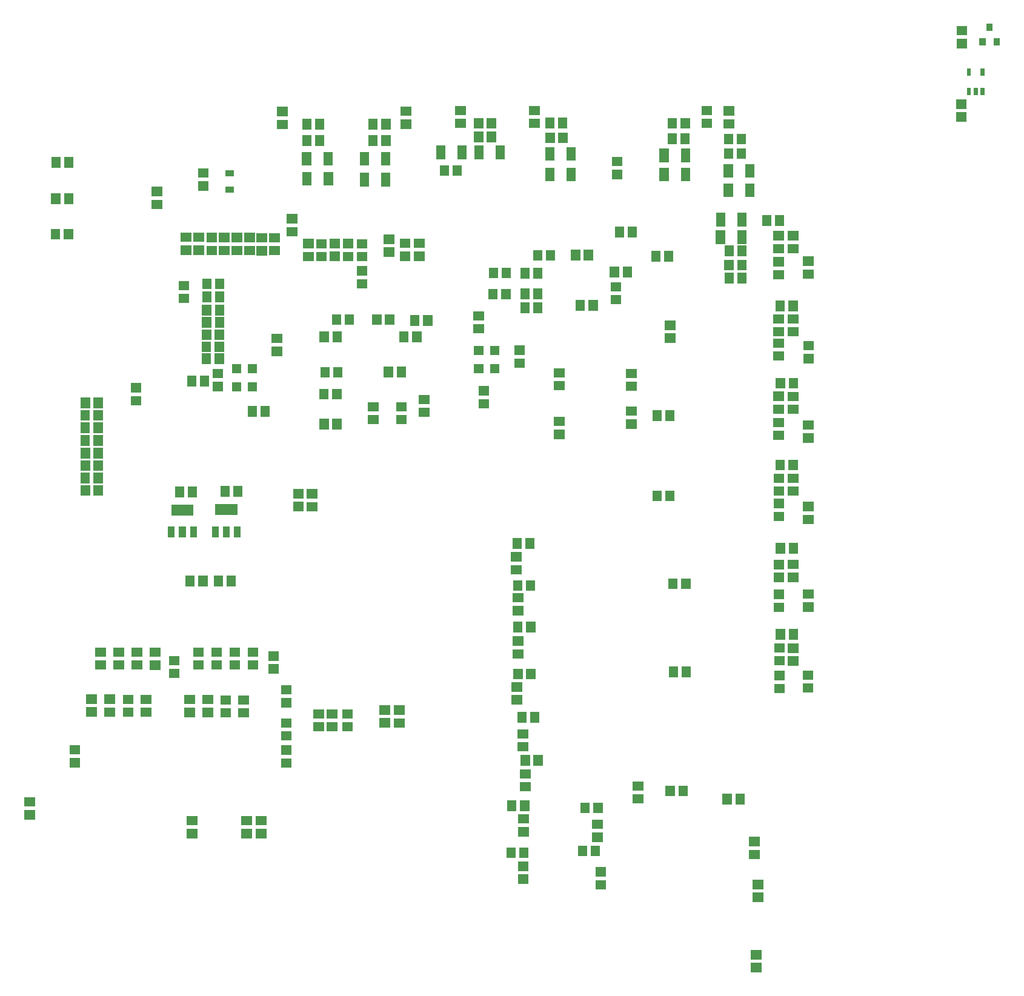
<source format=gbr>
G04 start of page 13 for group -4014 idx -4014 *
G04 Title: (unknown), bottompaste *
G04 Creator: pcb 20140316 *
G04 CreationDate: Thu 01 Jun 2017 04:27:31 PM GMT UTC *
G04 For: sumit *
G04 Format: Gerber/RS-274X *
G04 PCB-Dimensions (mm): 381.00 381.00 *
G04 PCB-Coordinate-Origin: lower left *
%MOMM*%
%FSLAX43Y43*%
%LNBOTTOMPASTE*%
%ADD188R,1.240X1.240*%
%ADD187R,1.549X1.549*%
%ADD186R,0.940X0.940*%
%ADD185R,0.864X0.864*%
%ADD184R,0.550X0.550*%
%ADD183R,1.300X1.300*%
G54D183*X118480Y310831D02*X118680D01*
X118480Y312631D02*X118680D01*
X89562Y319935D02*X89762D01*
X89562Y318135D02*X89762D01*
X76560Y325511D02*X76760D01*
X76560Y327311D02*X76760D01*
X101472Y329380D02*X101672D01*
X101472Y327580D02*X101672D01*
X85318Y250736D02*X85517D01*
X85318Y252536D02*X85517D01*
X87352Y250735D02*X87552D01*
X87352Y252534D02*X87552D01*
X77713Y250731D02*X77913D01*
X77713Y252531D02*X77913D01*
X91673Y336664D02*X91873D01*
X91673Y334864D02*X91873D01*
X89108Y275556D02*X89307D01*
X89108Y273756D02*X89307D01*
G54D184*X188275Y354678D02*Y354228D01*
X187325Y354678D02*Y354228D01*
X186375Y354678D02*Y354228D01*
Y357378D02*Y356928D01*
X188275Y357378D02*Y356928D01*
G54D183*X79275Y341249D02*X79475D01*
X79275Y343049D02*X79475D01*
X58801Y344651D02*Y344451D01*
X60601Y344651D02*Y344451D01*
X58757Y339571D02*Y339371D01*
X60557Y339571D02*Y339371D01*
X72798Y338676D02*X72998D01*
X72798Y340476D02*X72998D01*
G54D185*X82931Y340741D02*X83185D01*
X82931Y343027D02*X83185D01*
G54D183*X58733Y334618D02*Y334418D01*
X60533Y334618D02*Y334418D01*
X106961Y310399D02*X107161D01*
X106961Y308599D02*X107161D01*
X110136Y309604D02*X110336D01*
X110136Y311404D02*X110336D01*
X105243Y315324D02*Y315124D01*
X107043Y315324D02*Y315124D01*
X107420Y320267D02*Y320067D01*
X109220Y320267D02*Y320067D01*
X110744Y322553D02*Y322353D01*
X108944Y322553D02*Y322353D01*
X99800Y322680D02*Y322480D01*
X98000Y322680D02*Y322480D01*
X98066Y320267D02*Y320067D01*
X96266Y320267D02*Y320067D01*
X98182Y315314D02*Y315114D01*
X96382Y315314D02*Y315114D01*
X98044Y312266D02*Y312066D01*
X96244Y312266D02*Y312066D01*
X96255Y308075D02*Y307875D01*
X98055Y308075D02*Y307875D01*
X103024Y310388D02*X103224D01*
X103024Y308588D02*X103224D01*
X105421Y322680D02*Y322480D01*
X103621Y322680D02*Y322480D01*
X117756Y323088D02*X117956D01*
X117756Y321288D02*X117956D01*
X88011Y309853D02*Y309653D01*
X86211Y309853D02*Y309653D01*
X81317Y315030D02*X81517D01*
X81317Y313230D02*X81517D01*
X146761Y343149D02*Y342549D01*
X143761Y343149D02*Y342549D01*
Y345816D02*Y345216D01*
X146761Y345816D02*Y345216D01*
X146707Y347927D02*Y347728D01*
X144907Y347927D02*Y347728D01*
X149633Y351790D02*X149833D01*
X149633Y349990D02*X149833D01*
X113077Y343503D02*Y343303D01*
X114877Y343503D02*Y343303D01*
X154635Y330300D02*Y330100D01*
X152835Y330300D02*Y330100D01*
X154581Y347902D02*Y347702D01*
X152781Y347902D02*Y347702D01*
X144936Y350112D02*Y349912D01*
X146736Y350112D02*Y349912D01*
X107596Y351685D02*X107796D01*
X107596Y349885D02*X107796D01*
X154638Y334386D02*Y333786D01*
X151638Y334386D02*Y333786D01*
X151663Y336850D02*Y336250D01*
X154663Y336850D02*Y336250D01*
X152857Y332256D02*Y332056D01*
X154657Y332256D02*Y332056D01*
X152857Y328496D02*Y328297D01*
X154657Y328496D02*Y328297D01*
X152756Y340965D02*Y340365D01*
X155755Y340965D02*Y340365D01*
X155727Y343683D02*Y343083D01*
X152728Y343683D02*Y343083D01*
X152781Y345870D02*Y345670D01*
X154581Y345870D02*Y345670D01*
X152716Y351736D02*X152916D01*
X152716Y349936D02*X152916D01*
X137114Y344649D02*X137313D01*
X137114Y342849D02*X137313D01*
X104878Y342438D02*Y341838D01*
X101878Y342438D02*Y341838D01*
Y345359D02*Y344759D01*
X104878Y345359D02*Y344759D01*
X104902Y347699D02*Y347499D01*
X103102Y347699D02*Y347499D01*
Y349985D02*Y349785D01*
X104902Y349985D02*Y349785D01*
X119645Y350112D02*Y349912D01*
X117845Y350112D02*Y349912D01*
Y348207D02*Y348007D01*
X119645Y348207D02*Y348007D01*
X115216Y349990D02*X115416D01*
X115216Y351790D02*X115416D01*
X115546Y346248D02*Y345648D01*
X112546Y346248D02*Y345648D01*
X120880Y346248D02*Y345648D01*
X117880Y346248D02*Y345648D01*
X93842Y347699D02*Y347499D01*
X95642Y347699D02*Y347499D01*
X95653Y349985D02*Y349785D01*
X93853Y349985D02*Y349785D01*
X130787Y346019D02*Y345419D01*
X127787Y346019D02*Y345419D01*
Y343149D02*Y342549D01*
X130787Y343149D02*Y342549D01*
X127838Y348080D02*Y347880D01*
X129638Y348080D02*Y347880D01*
X125529Y349990D02*X125728D01*
X125529Y351790D02*X125728D01*
X129613Y350137D02*Y349938D01*
X127813Y350137D02*Y349938D01*
X69882Y313045D02*X70082D01*
X69882Y311245D02*X70082D01*
X160034Y290701D02*Y290502D01*
X161834Y290701D02*Y290502D01*
X159717Y286541D02*X159917D01*
X159717Y288341D02*X159917D01*
X161724Y288352D02*X161923D01*
X161724Y286552D02*X161923D01*
X145012Y285748D02*Y285549D01*
X146812Y285748D02*Y285549D01*
X129034Y306527D02*X129233D01*
X129034Y308327D02*X129233D01*
X139067Y313262D02*X139266D01*
X139067Y315062D02*X139266D01*
X129034Y315138D02*X129233D01*
X129034Y313338D02*X129233D01*
X139067Y309778D02*X139266D01*
X139067Y307979D02*X139266D01*
X160024Y278687D02*Y278487D01*
X161823Y278687D02*Y278487D01*
X159793Y274882D02*X159993D01*
X159793Y276682D02*X159993D01*
X161724Y276657D02*X161923D01*
X161724Y274857D02*X161923D01*
X145063Y273455D02*Y273255D01*
X146863Y273455D02*Y273255D01*
X163781Y271072D02*X163981D01*
X163781Y272872D02*X163981D01*
X159793Y272821D02*X159993D01*
X159793Y271022D02*X159993D01*
X158115Y336523D02*Y336323D01*
X159915Y336523D02*Y336323D01*
X159666Y332490D02*X159866D01*
X159666Y334289D02*X159866D01*
X161720D02*X161920D01*
X161720Y332490D02*X161920D01*
X142625Y331494D02*Y331294D01*
X144424Y331494D02*Y331294D01*
X163832Y328934D02*X164031D01*
X163832Y330733D02*X164031D01*
X159666Y330654D02*X159866D01*
X159666Y328854D02*X159866D01*
X159995Y324559D02*Y324360D01*
X161794Y324559D02*Y324360D01*
X159692Y320878D02*X159891D01*
X159692Y322678D02*X159891D01*
X161698Y322682D02*X161898D01*
X161698Y320882D02*X161898D01*
X144492Y321779D02*X144692D01*
X144492Y319979D02*X144692D01*
X163857Y317123D02*X164057D01*
X163857Y318922D02*X164057D01*
X159692Y319278D02*X159891D01*
X159692Y317478D02*X159891D01*
X160024Y313790D02*Y313590D01*
X161823Y313790D02*Y313590D01*
X161724Y311836D02*X161923D01*
X161724Y310036D02*X161923D01*
X159692Y308178D02*X159891D01*
X159692Y306378D02*X159891D01*
X159692Y310058D02*X159891D01*
X159692Y311858D02*X159891D01*
X142777Y309243D02*Y309044D01*
X144577Y309243D02*Y309044D01*
X163832Y306023D02*X164031D01*
X163832Y307823D02*X164031D01*
X159998Y302360D02*Y302160D01*
X161798Y302360D02*Y302160D01*
X159717Y298606D02*X159917D01*
X159717Y300406D02*X159917D01*
X161724D02*X161923D01*
X161724Y298606D02*X161923D01*
X142777Y298042D02*Y297842D01*
X144577Y298042D02*Y297842D01*
X163806Y294644D02*X164006D01*
X163806Y296443D02*X164006D01*
X159717Y296875D02*X159917D01*
X159717Y295075D02*X159917D01*
X163806Y282401D02*X164006D01*
X163806Y284201D02*X164006D01*
X159717Y284175D02*X159917D01*
X159717Y282375D02*X159917D01*
X127898Y331661D02*Y331462D01*
X126098Y331661D02*Y331462D01*
X131393Y331697D02*Y331497D01*
X133193Y331697D02*Y331497D01*
X124339Y329149D02*Y328950D01*
X126139Y329149D02*Y328950D01*
X119927Y329182D02*Y328983D01*
X121727Y329182D02*Y328983D01*
X132051Y324692D02*Y324492D01*
X133850Y324692D02*Y324492D01*
X136939Y325360D02*X137139D01*
X136939Y327160D02*X137139D01*
X124325Y324311D02*Y324111D01*
X126125Y324311D02*Y324111D01*
X124338Y326254D02*Y326054D01*
X126138Y326254D02*Y326054D01*
X119865Y326241D02*Y326041D01*
X121665Y326241D02*Y326041D01*
X139334Y334905D02*Y334705D01*
X137534Y334905D02*Y334705D01*
X136823Y329337D02*Y329138D01*
X138623Y329337D02*Y329138D01*
X97251Y265674D02*X97450D01*
X97251Y267474D02*X97450D01*
X95427Y265682D02*X95627D01*
X95427Y267482D02*X95627D01*
X90888Y264402D02*X91088D01*
X90888Y266202D02*X91088D01*
X132368Y248433D02*Y248233D01*
X134168Y248433D02*Y248233D01*
X134810Y243606D02*X135009D01*
X134810Y245406D02*X135009D01*
X132738Y254430D02*Y254230D01*
X134538Y254430D02*Y254230D01*
X134325Y250231D02*X134524D01*
X134325Y252031D02*X134524D01*
X123904Y267084D02*Y266885D01*
X125704Y267084D02*Y266885D01*
X99433Y265680D02*X99632D01*
X99433Y267480D02*X99632D01*
X104642Y266218D02*X104842D01*
X104642Y268018D02*X104842D01*
X106644Y266211D02*X106843D01*
X106644Y268011D02*X106843D01*
X90868Y270838D02*X91067D01*
X90868Y269038D02*X91067D01*
X90880Y260620D02*X91080D01*
X90880Y262420D02*X91080D01*
X63659Y267745D02*X63859D01*
X63659Y269545D02*X63859D01*
X71249Y267693D02*X71448D01*
X71249Y269493D02*X71448D01*
X70017Y276093D02*X70217D01*
X70017Y274293D02*X70217D01*
X68782Y267712D02*X68982D01*
X68782Y269512D02*X68982D01*
X67477Y276093D02*X67677D01*
X67477Y274293D02*X67677D01*
X66202Y267727D02*X66401D01*
X66202Y269527D02*X66401D01*
X64937Y276093D02*X65137D01*
X64937Y274293D02*X65137D01*
X86230Y276103D02*X86429D01*
X86230Y274304D02*X86429D01*
X84932Y267605D02*X85131D01*
X84932Y269405D02*X85131D01*
X83690Y276103D02*X83889D01*
X83690Y274304D02*X83889D01*
X82422Y267620D02*X82622D01*
X82422Y269420D02*X82622D01*
X81150Y276103D02*X81349D01*
X81150Y274304D02*X81349D01*
X96826Y345359D02*Y344759D01*
X93826Y345359D02*Y344759D01*
X93853Y342540D02*Y341940D01*
X96853Y342540D02*Y341940D01*
X82211Y332246D02*X82411D01*
X82211Y334046D02*X82411D01*
X80459Y332253D02*X80658D01*
X80459Y334053D02*X80658D01*
X78666Y332271D02*X78865D01*
X78666Y334071D02*X78865D01*
X99504Y331387D02*X99703D01*
X99504Y333187D02*X99703D01*
X97642Y331409D02*X97842D01*
X97642Y333209D02*X97842D01*
X95795Y331374D02*X95995D01*
X95795Y333174D02*X95995D01*
X93959Y331397D02*X94159D01*
X93959Y333197D02*X94159D01*
X109435Y331432D02*X109635D01*
X109435Y333232D02*X109635D01*
X107482Y331432D02*X107682D01*
X107482Y333232D02*X107682D01*
X105226Y332006D02*X105426D01*
X105226Y333806D02*X105426D01*
X101465Y331377D02*X101664D01*
X101465Y333177D02*X101664D01*
X83983Y332251D02*X84182D01*
X83983Y334051D02*X84182D01*
X89207Y332200D02*X89406D01*
X89207Y334000D02*X89406D01*
X87462Y332197D02*X87661D01*
X87462Y333997D02*X87661D01*
X85760Y332233D02*X85959D01*
X85760Y334033D02*X85959D01*
X76882Y332269D02*X77082D01*
X76882Y334068D02*X77082D01*
X75224Y274921D02*X75424D01*
X75224Y273121D02*X75424D01*
X72572Y276077D02*X72772D01*
X72572Y274277D02*X72772D01*
X79896Y267668D02*X80096D01*
X79896Y269468D02*X80096D01*
X78610Y276103D02*X78809D01*
X78610Y274304D02*X78809D01*
X77360Y267669D02*X77560D01*
X77360Y269469D02*X77560D01*
X81676Y327658D02*Y327459D01*
X79876Y327658D02*Y327459D01*
X81676Y325847D02*Y325648D01*
X79876Y325847D02*Y325648D01*
X81656Y324016D02*Y323816D01*
X79856Y324016D02*Y323816D01*
X81642Y322309D02*Y322109D01*
X79842Y322309D02*Y322109D01*
X81636Y320564D02*Y320364D01*
X79836Y320564D02*Y320364D01*
X81625Y318875D02*Y318675D01*
X79826Y318875D02*Y318675D01*
X81624Y317209D02*Y317009D01*
X79824Y317209D02*Y317009D01*
X79572Y314105D02*Y313905D01*
X77772Y314105D02*Y313905D01*
X62902Y311019D02*Y310819D01*
X64701Y311019D02*Y310819D01*
X62886Y309297D02*Y309097D01*
X64686Y309297D02*Y309097D01*
X62885Y307536D02*Y307337D01*
X64685Y307536D02*Y307337D01*
X62883Y305794D02*Y305594D01*
X64683Y305794D02*Y305594D01*
X62900Y304026D02*Y303826D01*
X64700Y304026D02*Y303826D01*
X62884Y300554D02*Y300354D01*
X64684Y300554D02*Y300354D01*
X62902Y298801D02*Y298602D01*
X64701Y298801D02*Y298602D01*
X122381Y248166D02*Y247967D01*
X124181Y248166D02*Y247967D01*
X123972Y244376D02*X124171D01*
X123972Y246176D02*X124171D01*
X122492Y254758D02*Y254558D01*
X124292Y254758D02*Y254558D01*
X124035Y250998D02*X124235D01*
X124035Y252798D02*X124235D01*
X61338Y260655D02*X61537D01*
X61338Y262455D02*X61537D01*
X55031Y255164D02*X55231D01*
X55031Y253364D02*X55231D01*
X123471Y316495D02*X123671D01*
X123471Y318295D02*X123671D01*
G54D186*X84148Y293218D02*Y292608D01*
X82598Y293218D02*Y292608D01*
X81049Y293218D02*Y292608D01*
G54D187*X81836Y296012D02*X83360D01*
G54D183*X123210Y291407D02*Y291208D01*
X125010Y291407D02*Y291208D01*
X123029Y287617D02*X123229D01*
X123029Y289417D02*X123229D01*
X123303Y285512D02*Y285312D01*
X125103Y285512D02*Y285312D01*
X123243Y281904D02*X123442D01*
X123243Y283704D02*X123442D01*
X123331Y279708D02*Y279508D01*
X125131Y279708D02*Y279508D01*
X123283Y275847D02*X123483D01*
X123283Y277646D02*X123483D01*
X123354Y273142D02*Y272943D01*
X125153Y273142D02*Y272943D01*
X123108Y269433D02*X123308D01*
X123108Y271233D02*X123308D01*
X123928Y262882D02*X124128D01*
X123928Y264682D02*X124128D01*
X124369Y261067D02*Y260867D01*
X126168Y261067D02*Y260867D01*
X124274Y257297D02*X124473D01*
X124274Y259097D02*X124473D01*
G54D185*X190246Y361439D02*Y361287D01*
X188265Y361439D02*Y361287D01*
X189255Y363522D02*Y363370D01*
G54D183*X185208Y350883D02*X185408D01*
X185208Y352683D02*X185408D01*
X185285Y362947D02*X185484D01*
X185285Y361147D02*X185484D01*
X79334Y286165D02*Y285965D01*
X77534Y286165D02*Y285965D01*
X82425Y298644D02*Y298444D01*
X84225Y298644D02*Y298444D01*
X92580Y298247D02*X92779D01*
X92580Y296447D02*X92779D01*
X81493Y286165D02*Y285965D01*
X83293Y286165D02*Y285965D01*
X76066Y298563D02*Y298363D01*
X77866Y298563D02*Y298363D01*
X94492Y298227D02*X94692D01*
X94492Y296427D02*X94692D01*
G54D186*X78006Y293182D02*Y292572D01*
X76457Y293182D02*Y292572D01*
X74907Y293182D02*Y292572D01*
G54D187*X75695Y295976D02*X77219D01*
G54D183*X156261Y247822D02*X156460D01*
X156261Y249622D02*X156460D01*
X156786Y241834D02*X156985D01*
X156786Y243634D02*X156985D01*
X156558Y232010D02*X156757D01*
X156558Y233810D02*X156757D01*
X140052Y257380D02*X140252D01*
X140052Y255580D02*X140252D01*
X144617Y256805D02*Y256605D01*
X146417Y256805D02*Y256605D01*
X152574Y255680D02*Y255480D01*
X154374Y255680D02*Y255480D01*
X90324Y351663D02*X90524D01*
X90324Y349863D02*X90524D01*
X62901Y302273D02*Y302074D01*
X64700Y302273D02*Y302074D01*
G54D188*X120093Y318265D02*X120143D01*
X120093Y315725D02*X120143D01*
X117844D02*X117894D01*
X117844Y318265D02*X117894D01*
X83984Y313177D02*X84034D01*
X83984Y315717D02*X84034D01*
X86233D02*X86283D01*
X86233Y313177D02*X86283D01*
M02*

</source>
